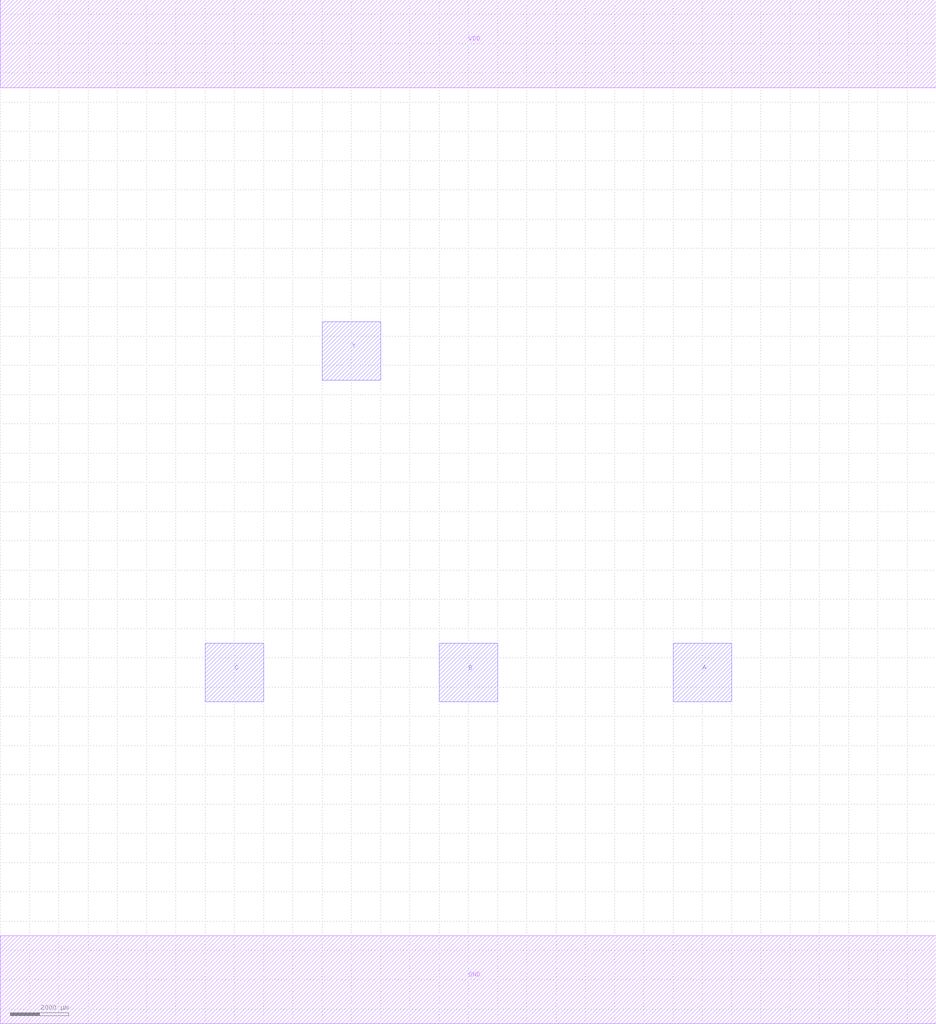
<source format=lef>
MACRO NAND3
 CLASS CORE ;
 ORIGIN 0 0 ;
 FOREIGN NAND3 0 0 ;
 SITE CORE ;
 SYMMETRY X Y R90 ;
  PIN VDD
   DIRECTION INOUT ;
   USE SIGNAL ;
   SHAPE ABUTMENT ;
    PORT
     CLASS CORE ;
       LAYER metal1 ;
        RECT 0.00000000 30500.00000000 32000.00000000 33500.00000000 ;
    END
  END VDD

  PIN GND
   DIRECTION INOUT ;
   USE SIGNAL ;
   SHAPE ABUTMENT ;
    PORT
     CLASS CORE ;
       LAYER metal1 ;
        RECT 0.00000000 -1500.00000000 32000.00000000 1500.00000000 ;
    END
  END GND

  PIN C
   DIRECTION INOUT ;
   USE SIGNAL ;
   SHAPE ABUTMENT ;
    PORT
     CLASS CORE ;
       LAYER metal2 ;
        RECT 7000.00000000 9500.00000000 9000.00000000 11500.00000000 ;
    END
  END C

  PIN B
   DIRECTION INOUT ;
   USE SIGNAL ;
   SHAPE ABUTMENT ;
    PORT
     CLASS CORE ;
       LAYER metal2 ;
        RECT 15000.00000000 9500.00000000 17000.00000000 11500.00000000 ;
    END
  END B

  PIN A
   DIRECTION INOUT ;
   USE SIGNAL ;
   SHAPE ABUTMENT ;
    PORT
     CLASS CORE ;
       LAYER metal2 ;
        RECT 23000.00000000 9500.00000000 25000.00000000 11500.00000000 ;
    END
  END A

  PIN Y
   DIRECTION INOUT ;
   USE SIGNAL ;
   SHAPE ABUTMENT ;
    PORT
     CLASS CORE ;
       LAYER metal2 ;
        RECT 11000.00000000 20500.00000000 13000.00000000 22500.00000000 ;
    END
  END Y


END NAND3

</source>
